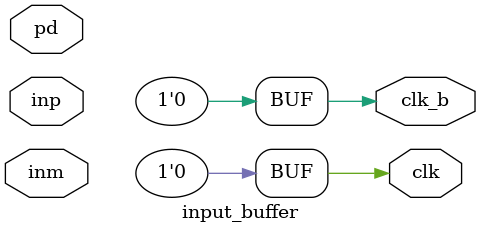
<source format=sv>
module input_buffer (
	input inp,
	input inm,
	input pd,
	output clk,
	output clk_b
);
    assign clk = 1'b0;
    assign clk_b = 1'b0;
endmodule

</source>
